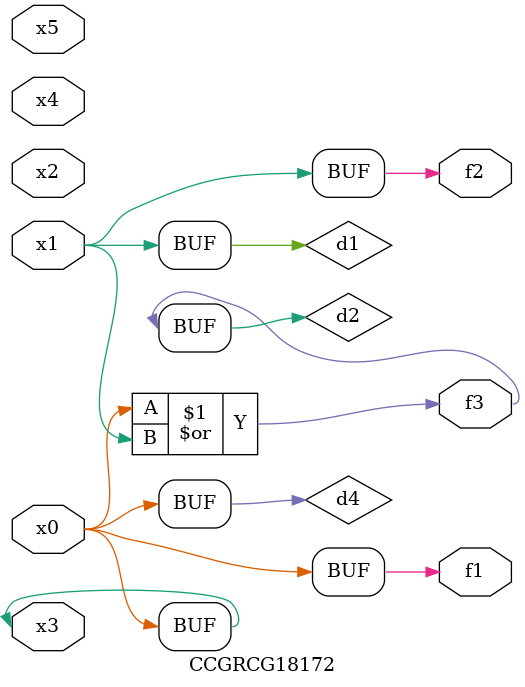
<source format=v>
module CCGRCG18172(
	input x0, x1, x2, x3, x4, x5,
	output f1, f2, f3
);

	wire d1, d2, d3, d4;

	and (d1, x1);
	or (d2, x0, x1);
	nand (d3, x0, x5);
	buf (d4, x0, x3);
	assign f1 = d4;
	assign f2 = d1;
	assign f3 = d2;
endmodule

</source>
